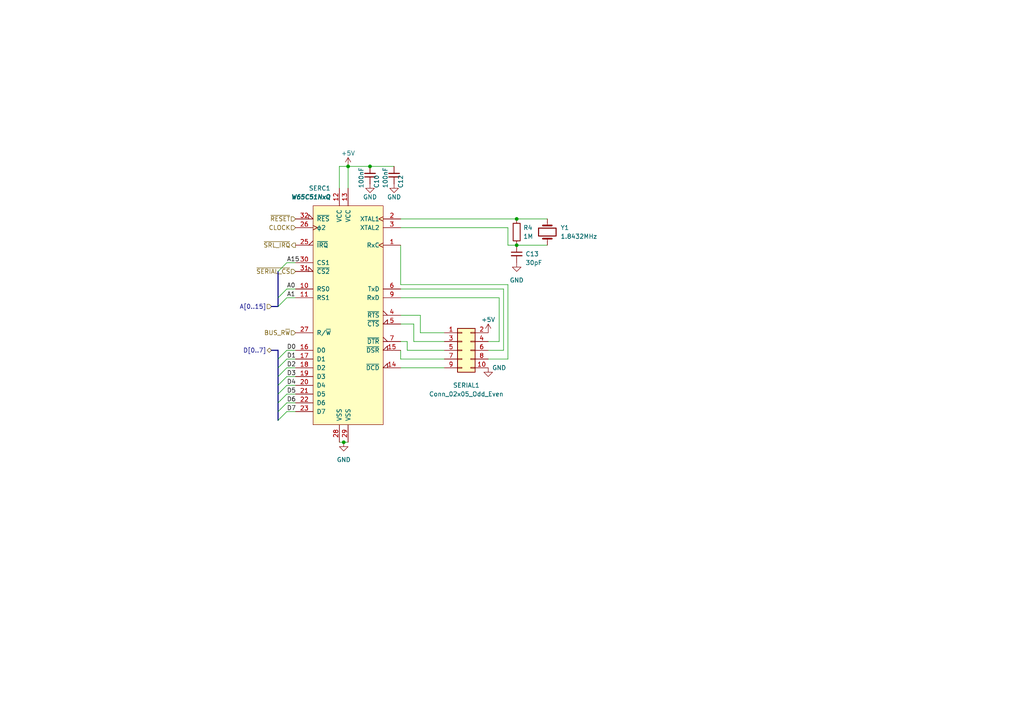
<source format=kicad_sch>
(kicad_sch (version 20211123) (generator eeschema)
  (paper "A4")
  (lib_symbols
    (symbol "65xx:W65C51NxQ" (pin_names (offset 1.016))
      (property "Reference" "U" (at -10.16 33.02 0))
      (property "Value" "W65C51NxQ" (at 0 0 90))
      (symbol "W65C51NxQ_0_1"
        (rectangle (start -10.16 31.75) (end 10.16 -31.75) (fill (type background)))
      )
      (symbol "W65C51NxQ_1_1"
        (pin bidirectional clock (at 15.24 20.32 180) (length 5.08) (name "RxC") (number "1"))
        (pin input line (at -15.24 7.62 0) (length 5.08) (name "RS0") (number "10"))
        (pin input line (at -15.24 5.08 0) (length 5.08) (name "RS1") (number "11"))
        (pin power_in line (at -2.54 36.83 270) (length 5.08) (name "VCC") (number "12"))
        (pin power_in line (at 0 36.83 270) (length 5.08) (name "VCC") (number "13"))
        (pin input input_low (at 15.24 -15.24 180) (length 5.08) (name "~{DCD}") (number "14"))
        (pin input input_low (at 15.24 -10.16 180) (length 5.08) (name "~{DSR}") (number "15"))
        (pin bidirectional line (at -15.24 -10.16 0) (length 5.08) (name "D0") (number "16"))
        (pin bidirectional line (at -15.24 -12.7 0) (length 5.08) (name "D1") (number "17"))
        (pin bidirectional line (at -15.24 -15.24 0) (length 5.08) (name "D2") (number "18"))
        (pin bidirectional line (at -15.24 -17.78 0) (length 5.08) (name "D3") (number "19"))
        (pin input clock (at 15.24 27.94 180) (length 5.08) (name "XTAL1") (number "2"))
        (pin bidirectional line (at -15.24 -20.32 0) (length 5.08) (name "D4") (number "20"))
        (pin bidirectional line (at -15.24 -22.86 0) (length 5.08) (name "D5") (number "21"))
        (pin bidirectional line (at -15.24 -25.4 0) (length 5.08) (name "D6") (number "22"))
        (pin bidirectional line (at -15.24 -27.94 0) (length 5.08) (name "D7") (number "23"))
        (pin no_connect non_logic (at 10.16 -27.94 180) (length 2.5654) hide (name "nc") (number "24"))
        (pin open_collector output_low (at -15.24 20.32 0) (length 5.08) (name "~{IRQ}") (number "25"))
        (pin input clock (at -15.24 25.4 0) (length 5.08) (name "ϕ2") (number "26"))
        (pin input line (at -15.24 -5.08 0) (length 5.08) (name "R/~{W}") (number "27"))
        (pin power_in line (at -2.54 -36.83 90) (length 5.08) (name "VSS") (number "28"))
        (pin power_in line (at 0 -36.83 90) (length 5.08) (name "VSS") (number "29"))
        (pin output line (at 15.24 25.4 180) (length 5.08) (name "XTAL2") (number "3"))
        (pin input line (at -15.24 15.24 0) (length 5.08) (name "CS1") (number "30"))
        (pin input input_low (at -15.24 12.7 0) (length 5.08) (name "~{CS2}") (number "31"))
        (pin input input_low (at -15.24 27.94 0) (length 5.08) (name "~{RES}") (number "32"))
        (pin output output_low (at 15.24 0 180) (length 5.08) (name "~{RTS}") (number "4"))
        (pin input input_low (at 15.24 -2.54 180) (length 5.08) (name "~{CTS}") (number "5"))
        (pin output line (at 15.24 7.62 180) (length 5.08) (name "TxD") (number "6"))
        (pin output output_low (at 15.24 -7.62 180) (length 5.08) (name "~{DTR}") (number "7"))
        (pin no_connect non_logic (at 10.16 -25.4 180) (length 2.5654) hide (name "nc") (number "8"))
        (pin input line (at 15.24 5.08 180) (length 5.08) (name "RxD") (number "9"))
      )
    )
    (symbol "Connector_Generic:Conn_02x05_Odd_Even" (pin_names (offset 1.016) hide)
      (property "Reference" "J" (at 1.27 7.62 0))
      (property "Value" "Conn_02x05_Odd_Even" (at 1.27 -7.62 0))
      (symbol "Conn_02x05_Odd_Even_1_1"
        (rectangle (start -1.27 -4.953) (end 0 -5.207) (stroke (width 0.1524)))
        (rectangle (start -1.27 -2.413) (end 0 -2.667) (stroke (width 0.1524)))
        (rectangle (start -1.27 0.127) (end 0 -0.127) (stroke (width 0.1524)))
        (rectangle (start -1.27 2.667) (end 0 2.413) (stroke (width 0.1524)))
        (rectangle (start -1.27 5.207) (end 0 4.953) (stroke (width 0.1524)))
        (rectangle (start -1.27 6.35) (end 3.81 -6.35) (stroke (width 0.254)) (fill (type background)))
        (rectangle (start 3.81 -4.953) (end 2.54 -5.207) (stroke (width 0.1524)))
        (rectangle (start 3.81 -2.413) (end 2.54 -2.667) (stroke (width 0.1524)))
        (rectangle (start 3.81 0.127) (end 2.54 -0.127) (stroke (width 0.1524)))
        (rectangle (start 3.81 2.667) (end 2.54 2.413) (stroke (width 0.1524)))
        (rectangle (start 3.81 5.207) (end 2.54 4.953) (stroke (width 0.1524)))
        (pin passive line (at -5.08 5.08 0) (length 3.81) (name "Pin_1") (number "1"))
        (pin passive line (at 7.62 -5.08 180) (length 3.81) (name "Pin_10") (number "10"))
        (pin passive line (at 7.62 5.08 180) (length 3.81) (name "Pin_2") (number "2"))
        (pin passive line (at -5.08 2.54 0) (length 3.81) (name "Pin_3") (number "3"))
        (pin passive line (at 7.62 2.54 180) (length 3.81) (name "Pin_4") (number "4"))
        (pin passive line (at -5.08 0 0) (length 3.81) (name "Pin_5") (number "5"))
        (pin passive line (at 7.62 0 180) (length 3.81) (name "Pin_6") (number "6"))
        (pin passive line (at -5.08 -2.54 0) (length 3.81) (name "Pin_7") (number "7"))
        (pin passive line (at 7.62 -2.54 180) (length 3.81) (name "Pin_8") (number "8"))
        (pin passive line (at -5.08 -5.08 0) (length 3.81) (name "Pin_9") (number "9"))
      )
    )
    (symbol "Device:C_Small" (pin_numbers hide) (pin_names (offset 0.254) hide)
      (property "Reference" "C" (at 0.254 1.778 0))
      (property "Value" "C_Small" (at 0.254 -2.032 0))
      (symbol "C_Small_0_1"
        (polyline (pts (xy -1.524 -0.508) (xy 1.524 -0.508)) (stroke (width 0.3302)))
        (polyline (pts (xy -1.524 0.508) (xy 1.524 0.508)) (stroke (width 0.3048)))
      )
      (symbol "C_Small_1_1"
        (pin passive line (at 0 2.54 270) (length 2.032) (name "~") (number "1"))
        (pin passive line (at 0 -2.54 90) (length 2.032) (name "~") (number "2"))
      )
    )
    (symbol "Device:Crystal" (pin_numbers hide) (pin_names (offset 1.016) hide)
      (property "Reference" "Y" (at 0 3.81 0))
      (property "Value" "Crystal" (at 0 -3.81 0))
      (symbol "Crystal_0_1"
        (rectangle (start -1.143 2.54) (end 1.143 -2.54) (stroke (width 0.3048)))
        (polyline (pts (xy -2.54 0) (xy -1.905 0)))
        (polyline (pts (xy -1.905 -1.27) (xy -1.905 1.27)) (stroke (width 0.508)))
        (polyline (pts (xy 1.905 -1.27) (xy 1.905 1.27)) (stroke (width 0.508)))
        (polyline (pts (xy 2.54 0) (xy 1.905 0)))
      )
      (symbol "Crystal_1_1"
        (pin passive line (at -3.81 0 0) (length 1.27) (name "1") (number "1"))
        (pin passive line (at 3.81 0 180) (length 1.27) (name "2") (number "2"))
      )
    )
    (symbol "Device:R" (pin_numbers hide) (pin_names (offset 0))
      (property "Reference" "R" (at 2.032 0 90))
      (property "Value" "R" (at 0 0 90))
      (symbol "R_0_1"
        (rectangle (start -1.016 -2.54) (end 1.016 2.54) (stroke (width 0.254)))
      )
      (symbol "R_1_1"
        (pin passive line (at 0 3.81 270) (length 1.27) (name "~") (number "1"))
        (pin passive line (at 0 -3.81 90) (length 1.27) (name "~") (number "2"))
      )
    )
    (symbol "power:+5V" (power) (pin_names (offset 0))
      (property "Value" "+5V" (at 0 3.556 0))
      (symbol "+5V_0_1"
        (polyline (pts (xy -0.762 1.27) (xy 0 2.54)))
        (polyline (pts (xy 0 0) (xy 0 2.54)))
        (polyline (pts (xy 0 2.54) (xy 0.762 1.27)))
      )
      (symbol "+5V_1_1"
        (pin power_in line (at 0 0 90) (length 0) hide (name "+5V") (number "1"))
      )
    )
    (symbol "power:GND" (power) (pin_names (offset 0))
      (property "Value" "GND" (at 0 -3.81 0))
      (symbol "GND_0_1"
        (polyline (pts (xy 0 0) (xy 0 -1.27) (xy 1.27 -1.27) (xy 0 -2.54) (xy -1.27 -1.27) (xy 0 -1.27)))
      )
      (symbol "GND_1_1"
        (pin power_in line (at 0 0 270) (length 0) hide (name "GND") (number "1"))
      )
    )
  )
  (junction (at 149.86 71.12))
  (junction (at 107.315 48.26))
  (junction (at 149.86 63.5))
  (junction (at 99.695 128.27))
  (junction (at 100.965 48.26))
  (bus_entry (at 80.645 106.68) (size 2.54 -2.54))
  (bus_entry (at 80.645 88.9) (size 2.54 -2.54))
  (bus_entry (at 80.645 119.38) (size 2.54 -2.54))
  (bus_entry (at 80.645 86.36) (size 2.54 -2.54))
  (bus_entry (at 80.645 121.92) (size 2.54 -2.54))
  (bus_entry (at 80.645 78.74) (size 2.54 -2.54))
  (bus_entry (at 80.645 109.22) (size 2.54 -2.54))
  (bus_entry (at 80.645 104.14) (size 2.54 -2.54))
  (bus_entry (at 80.645 114.3) (size 2.54 -2.54))
  (bus_entry (at 80.645 111.76) (size 2.54 -2.54))
  (bus_entry (at 80.645 116.84) (size 2.54 -2.54))
  (wire (pts (xy 83.185 106.68) (xy 85.725 106.68)))
  (wire (pts (xy 99.695 128.27) (xy 100.965 128.27)))
  (bus (pts (xy 80.645 106.68) (xy 80.645 109.22)))
  (wire (pts (xy 83.185 119.38) (xy 85.725 119.38)))
  (wire (pts (xy 114.3 48.26) (xy 107.315 48.26)))
  (wire (pts (xy 83.185 86.36) (xy 85.725 86.36)))
  (wire (pts (xy 147.32 82.55) (xy 147.32 104.14)))
  (wire (pts (xy 83.185 111.76) (xy 85.725 111.76)))
  (wire (pts (xy 83.185 109.22) (xy 85.725 109.22)))
  (wire (pts (xy 116.205 91.44) (xy 121.92 91.44)))
  (bus (pts (xy 80.645 114.3) (xy 80.645 116.84)))
  (wire (pts (xy 116.205 83.82) (xy 146.05 83.82)))
  (wire (pts (xy 146.05 101.6) (xy 141.605 101.6)))
  (wire (pts (xy 116.205 93.98) (xy 120.015 93.98)))
  (wire (pts (xy 107.315 48.26) (xy 100.965 48.26)))
  (wire (pts (xy 116.205 99.06) (xy 118.11 99.06)))
  (wire (pts (xy 116.205 101.6) (xy 116.205 104.14)))
  (bus (pts (xy 80.645 111.76) (xy 80.645 114.3)))
  (wire (pts (xy 158.75 71.12) (xy 149.86 71.12)))
  (bus (pts (xy 80.645 119.38) (xy 80.645 121.92)))
  (wire (pts (xy 149.86 63.5) (xy 158.75 63.5)))
  (wire (pts (xy 121.92 96.52) (xy 128.905 96.52)))
  (bus (pts (xy 78.74 101.6) (xy 80.645 101.6)))
  (wire (pts (xy 100.965 48.26) (xy 98.425 48.26)))
  (wire (pts (xy 116.205 104.14) (xy 128.905 104.14)))
  (wire (pts (xy 83.185 101.6) (xy 85.725 101.6)))
  (wire (pts (xy 116.205 86.36) (xy 144.78 86.36)))
  (wire (pts (xy 100.965 48.26) (xy 100.965 54.61)))
  (wire (pts (xy 83.185 104.14) (xy 85.725 104.14)))
  (bus (pts (xy 80.645 78.74) (xy 80.645 86.36)))
  (wire (pts (xy 118.11 101.6) (xy 128.905 101.6)))
  (bus (pts (xy 80.645 104.14) (xy 80.645 106.68)))
  (wire (pts (xy 147.32 104.14) (xy 141.605 104.14)))
  (bus (pts (xy 80.645 101.6) (xy 80.645 104.14)))
  (wire (pts (xy 98.425 48.26) (xy 98.425 54.61)))
  (wire (pts (xy 83.185 76.2) (xy 85.725 76.2)))
  (wire (pts (xy 116.205 66.04) (xy 147.32 66.04)))
  (wire (pts (xy 120.015 99.06) (xy 128.905 99.06)))
  (wire (pts (xy 98.425 128.27) (xy 99.695 128.27)))
  (bus (pts (xy 78.74 88.9) (xy 80.645 88.9)))
  (bus (pts (xy 80.645 86.36) (xy 80.645 88.9)))
  (wire (pts (xy 83.185 83.82) (xy 85.725 83.82)))
  (wire (pts (xy 116.205 106.68) (xy 128.905 106.68)))
  (wire (pts (xy 144.78 86.36) (xy 144.78 99.06)))
  (wire (pts (xy 116.205 63.5) (xy 149.86 63.5)))
  (wire (pts (xy 146.05 83.82) (xy 146.05 101.6)))
  (bus (pts (xy 80.645 109.22) (xy 80.645 111.76)))
  (wire (pts (xy 83.185 114.3) (xy 85.725 114.3)))
  (wire (pts (xy 118.11 99.06) (xy 118.11 101.6)))
  (wire (pts (xy 120.015 93.98) (xy 120.015 99.06)))
  (wire (pts (xy 147.32 66.04) (xy 147.32 71.12)))
  (wire (pts (xy 147.32 71.12) (xy 149.86 71.12)))
  (wire (pts (xy 83.185 116.84) (xy 85.725 116.84)))
  (wire (pts (xy 116.205 82.55) (xy 147.32 82.55)))
  (wire (pts (xy 116.205 71.12) (xy 116.205 82.55)))
  (wire (pts (xy 144.78 99.06) (xy 141.605 99.06)))
  (bus (pts (xy 80.645 116.84) (xy 80.645 119.38)))
  (wire (pts (xy 121.92 91.44) (xy 121.92 96.52)))
  (label "D6" (at 83.185 116.84 0))
  (label "A1" (at 83.185 86.36 0))
  (label "D3" (at 83.185 109.22 0))
  (label "D0" (at 83.185 101.6 0))
  (label "D5" (at 83.185 114.3 0))
  (label "D2" (at 83.185 106.68 0))
  (label "D1" (at 83.185 104.14 0))
  (label "D7" (at 83.185 119.38 0))
  (label "D4" (at 83.185 111.76 0))
  (label "A0" (at 83.185 83.82 0))
  (label "A15" (at 83.185 76.2 0))
  (hierarchical_label "~{RESET}" (shape input) (at 85.725 63.5 180))
  (hierarchical_label "A[0..15]" (shape input) (at 78.74 88.9 180))
  (hierarchical_label "D[0..7]" (shape bidirectional) (at 78.74 101.6 180))
  (hierarchical_label "~{SRL_IRQ}" (shape output) (at 85.725 71.12 180))
  (hierarchical_label "~{SERIAL_CS}" (shape input) (at 85.725 78.74 180))
  (hierarchical_label "BUS_R~{W}" (shape input) (at 85.725 96.52 180))
  (hierarchical_label "CLOCK" (shape input) (at 85.725 66.04 180))
  (symbol (lib_id "Device:C_Small") (at 107.315 50.8 180) (unit 1)
    (property "Reference" "C10" (at 109.22 54.61 90) (effects (justify right)))
    (property "Value" "100nF" (at 104.775 54.61 90) (effects (justify right)))
    (property "Footprint" "Capacitor_SMD:C_0805_2012Metric" (effects hide))
  )
  (symbol (lib_id "power:GND") (at 99.695 128.27 0) (unit 1)
    (property "Reference" "#PWR0131" (effects hide))
    (property "Value" "GND" (at 99.695 133.35 0))
  )
  (symbol (lib_id "Device:C_Small") (at 149.86 73.66 0) (unit 1)
    (property "Reference" "C13" (at 152.4 73.66 0) (effects (justify left)))
    (property "Value" "30pF" (at 152.4 76.2 0) (effects (justify left)))
    (property "Footprint" "Capacitor_SMD:C_0805_2012Metric" (effects hide))
  )
  (symbol (lib_id "power:GND") (at 114.3 53.34 0) (unit 1)
    (property "Reference" "#PWR0134" (effects hide))
    (property "Value" "GND" (at 114.3 57.15 0))
  )
  (symbol (lib_id "power:GND") (at 141.605 106.68 0) (unit 1)
    (property "Reference" "#PWR0145" (effects hide))
    (property "Value" "GND" (at 144.78 106.68 0))
  )
  (symbol (lib_id "power:+5V") (at 100.965 48.26 0) (unit 1)
    (property "Reference" "#PWR0135" (effects hide))
    (property "Value" "+5V" (at 100.965 44.45 0))
  )
  (symbol (lib_id "Device:Crystal") (at 158.75 67.31 90) (unit 1)
    (property "Reference" "Y1" (at 162.56 66.04 90) (effects (justify right)))
    (property "Value" "1.8432MHz" (at 162.56 68.58 90) (effects (justify right)))
    (property "Footprint" "Crystal:Crystal_HC49-4H_Vertical" (effects hide))
  )
  (symbol (lib_id "power:GND") (at 107.315 53.34 0) (unit 1)
    (property "Reference" "#PWR0133" (effects hide))
    (property "Value" "GND" (at 107.315 57.15 0))
  )
  (symbol (lib_id "Device:C_Small") (at 114.3 50.8 180) (unit 1)
    (property "Reference" "C12" (at 116.205 54.61 90) (effects (justify right)))
    (property "Value" "100nF" (at 111.76 54.61 90) (effects (justify right)))
    (property "Footprint" "Capacitor_SMD:C_0805_2012Metric" (effects hide))
  )
  (symbol (lib_id "power:+5V") (at 141.605 96.52 0) (unit 1)
    (property "Reference" "#PWR0146" (effects hide))
    (property "Value" "+5V" (at 141.605 92.71 0))
  )
  (symbol (lib_id "Connector_Generic:Conn_02x05_Odd_Even") (at 133.985 101.6 0) (unit 1)
    (property "Reference" "SERIAL1" (at 135.255 111.76 0))
    (property "Value" "Conn_02x05_Odd_Even" (at 135.255 114.3 0))
    (property "Footprint" "Connector_PinHeader_2.54mm:PinHeader_2x05_P2.54mm_Vertical" (effects hide))
  )
  (symbol (lib_id "Device:R") (at 149.86 67.31 0) (unit 1)
    (property "Reference" "R4" (at 151.765 66.0399 0) (effects (justify left)))
    (property "Value" "1M" (at 151.765 68.5799 0) (effects (justify left)))
    (property "Footprint" "Resistor_THT:R_Axial_DIN0204_L3.6mm_D1.6mm_P7.62mm_Horizontal" (effects hide))
  )
  (symbol (lib_id "65xx:W65C51NxQ") (at 100.965 91.44 0) (unit 1)
    (property "Reference" "SERC1" (at 95.885 54.61 0) (effects (justify right)))
    (property "Value" "W65C51NxQ" (at 95.885 57.15 0) (effects (font bold italic) (justify right)))
    (property "Footprint" "Package_QFP:LQFP-32_7x7mm_P0.8mm" (effects hide))
    (property "Datasheet" "http://www.westerndesigncenter.com/wdc/documentation/w65c51n.pdf" (effects hide))
  )
  (symbol (lib_id "power:GND") (at 149.86 76.2 0) (unit 1)
    (property "Reference" "#PWR0147" (effects hide))
    (property "Value" "GND" (at 149.86 81.28 0))
  )
)
</source>
